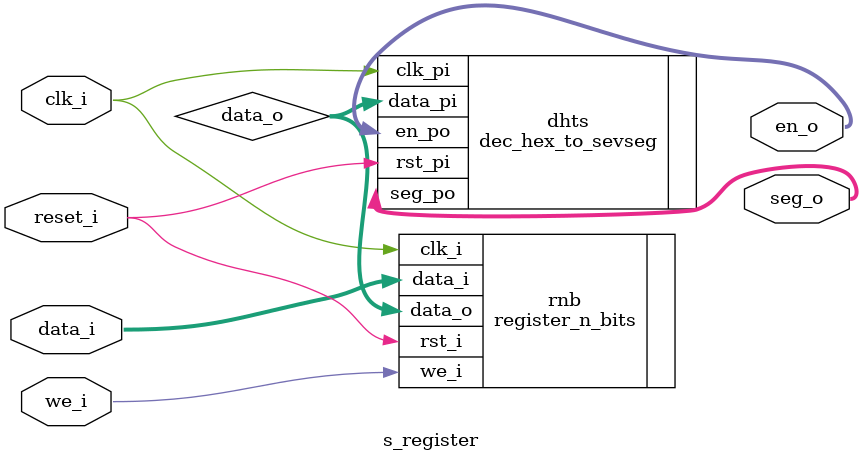
<source format=sv>
`timescale 1ns / 1ps


module s_register(
    input logic        clk_i,
    input logic        reset_i,
    input logic        we_i,
    input logic [15:0] data_i,
    
    output logic [6:0] seg_o,
    output logic [3:0] en_o
    );
    
    logic [15:0] data_o;
    
    register_n_bits rnb (
        .clk_i      (clk_i), 
        .rst_i      (reset_i), 
        .we_i       (we_i),
        .data_i     (data_i),
        .data_o     (data_o)
    );
    
    dec_hex_to_sevseg dhts(
    .clk_pi     (clk_i),
    .rst_pi     (reset_i),
    .data_pi    (data_o),
    .en_po      (en_o),
    .seg_po     (seg_o)
    
    
   );
endmodule

</source>
